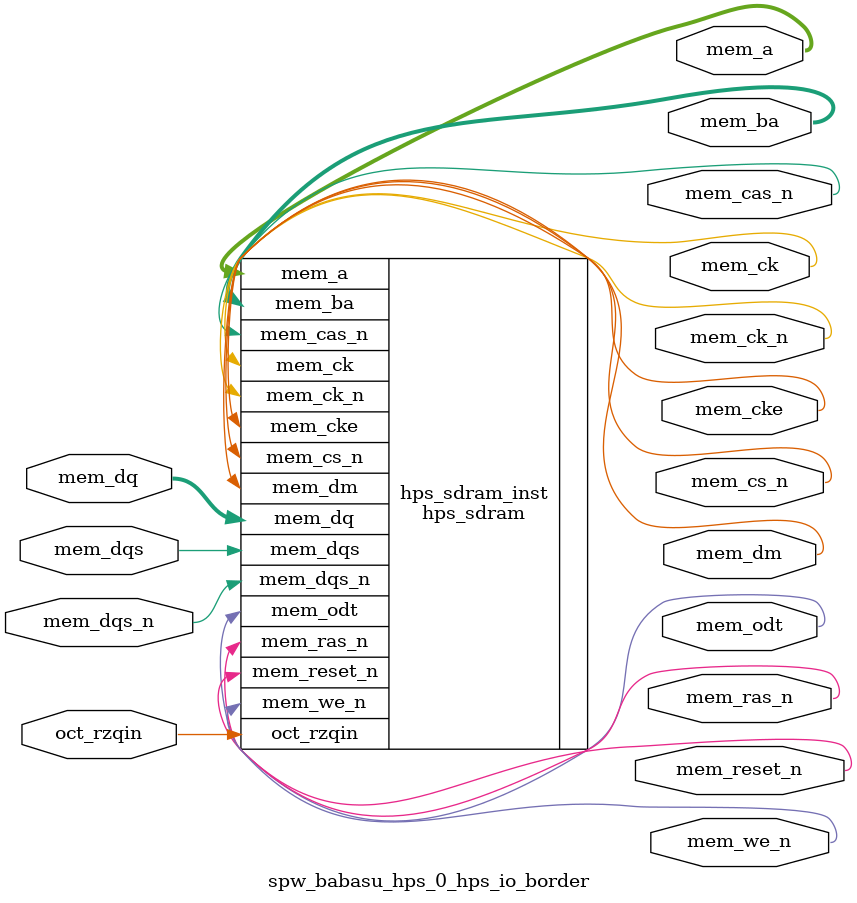
<source format=sv>


module spw_babasu_hps_0_hps_io_border(
// memory
  output wire [13 - 1 : 0 ] mem_a
 ,output wire [3 - 1 : 0 ] mem_ba
 ,output wire [1 - 1 : 0 ] mem_ck
 ,output wire [1 - 1 : 0 ] mem_ck_n
 ,output wire [1 - 1 : 0 ] mem_cke
 ,output wire [1 - 1 : 0 ] mem_cs_n
 ,output wire [1 - 1 : 0 ] mem_ras_n
 ,output wire [1 - 1 : 0 ] mem_cas_n
 ,output wire [1 - 1 : 0 ] mem_we_n
 ,output wire [1 - 1 : 0 ] mem_reset_n
 ,inout wire [8 - 1 : 0 ] mem_dq
 ,inout wire [1 - 1 : 0 ] mem_dqs
 ,inout wire [1 - 1 : 0 ] mem_dqs_n
 ,output wire [1 - 1 : 0 ] mem_odt
 ,output wire [1 - 1 : 0 ] mem_dm
 ,input wire [1 - 1 : 0 ] oct_rzqin
);


hps_sdram hps_sdram_inst(
 .mem_dq({
    mem_dq[7:0] // 7:0
  })
,.mem_odt({
    mem_odt[0:0] // 0:0
  })
,.mem_ras_n({
    mem_ras_n[0:0] // 0:0
  })
,.mem_dqs_n({
    mem_dqs_n[0:0] // 0:0
  })
,.mem_dqs({
    mem_dqs[0:0] // 0:0
  })
,.mem_dm({
    mem_dm[0:0] // 0:0
  })
,.mem_we_n({
    mem_we_n[0:0] // 0:0
  })
,.mem_cas_n({
    mem_cas_n[0:0] // 0:0
  })
,.mem_ba({
    mem_ba[2:0] // 2:0
  })
,.mem_a({
    mem_a[12:0] // 12:0
  })
,.mem_cs_n({
    mem_cs_n[0:0] // 0:0
  })
,.mem_ck({
    mem_ck[0:0] // 0:0
  })
,.mem_cke({
    mem_cke[0:0] // 0:0
  })
,.oct_rzqin({
    oct_rzqin[0:0] // 0:0
  })
,.mem_reset_n({
    mem_reset_n[0:0] // 0:0
  })
,.mem_ck_n({
    mem_ck_n[0:0] // 0:0
  })
);

endmodule


</source>
